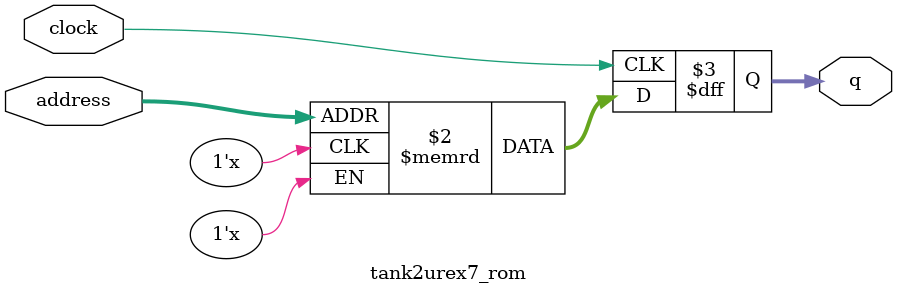
<source format=sv>
module tank2urex7_rom (
	input logic clock,
	input logic [9:0] address,
	output logic [3:0] q
);

logic [3:0] memory [0:1023] /* synthesis ram_init_file = "./tank2urex7/tank2urex7.mif" */;

always_ff @ (posedge clock) begin
	q <= memory[address];
end

endmodule

</source>
